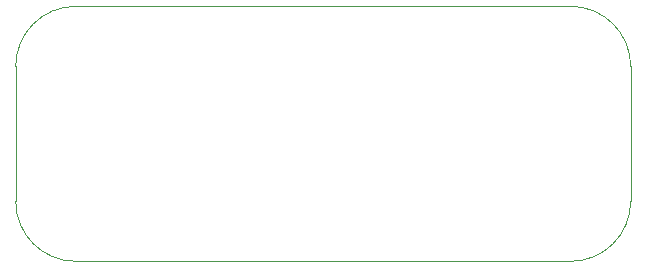
<source format=gbr>
%TF.GenerationSoftware,KiCad,Pcbnew,(5.1.6)-1*%
%TF.CreationDate,2020-05-26T13:10:35+02:00*%
%TF.ProjectId,semaforBoard,73656d61-666f-4724-926f-6172642e6b69,rev?*%
%TF.SameCoordinates,Original*%
%TF.FileFunction,Profile,NP*%
%FSLAX46Y46*%
G04 Gerber Fmt 4.6, Leading zero omitted, Abs format (unit mm)*
G04 Created by KiCad (PCBNEW (5.1.6)-1) date 2020-05-26 13:10:35*
%MOMM*%
%LPD*%
G01*
G04 APERTURE LIST*
%TA.AperFunction,Profile*%
%ADD10C,0.050000*%
%TD*%
G04 APERTURE END LIST*
D10*
X121920000Y-104140000D02*
X163830000Y-104140000D01*
X116840000Y-87630000D02*
G75*
G02*
X121920000Y-82550000I5080000J0D01*
G01*
X121920000Y-104140000D02*
G75*
G02*
X116840000Y-99060000I0J5080000D01*
G01*
X168910000Y-99060000D02*
G75*
G02*
X163830000Y-104140000I-5080000J0D01*
G01*
X163830000Y-82550000D02*
G75*
G02*
X168910000Y-87630000I0J-5080000D01*
G01*
X116840000Y-87630000D02*
X116840000Y-99060000D01*
X163830000Y-82550000D02*
X121920000Y-82550000D01*
X168910000Y-99060000D02*
X168910000Y-87630000D01*
M02*

</source>
